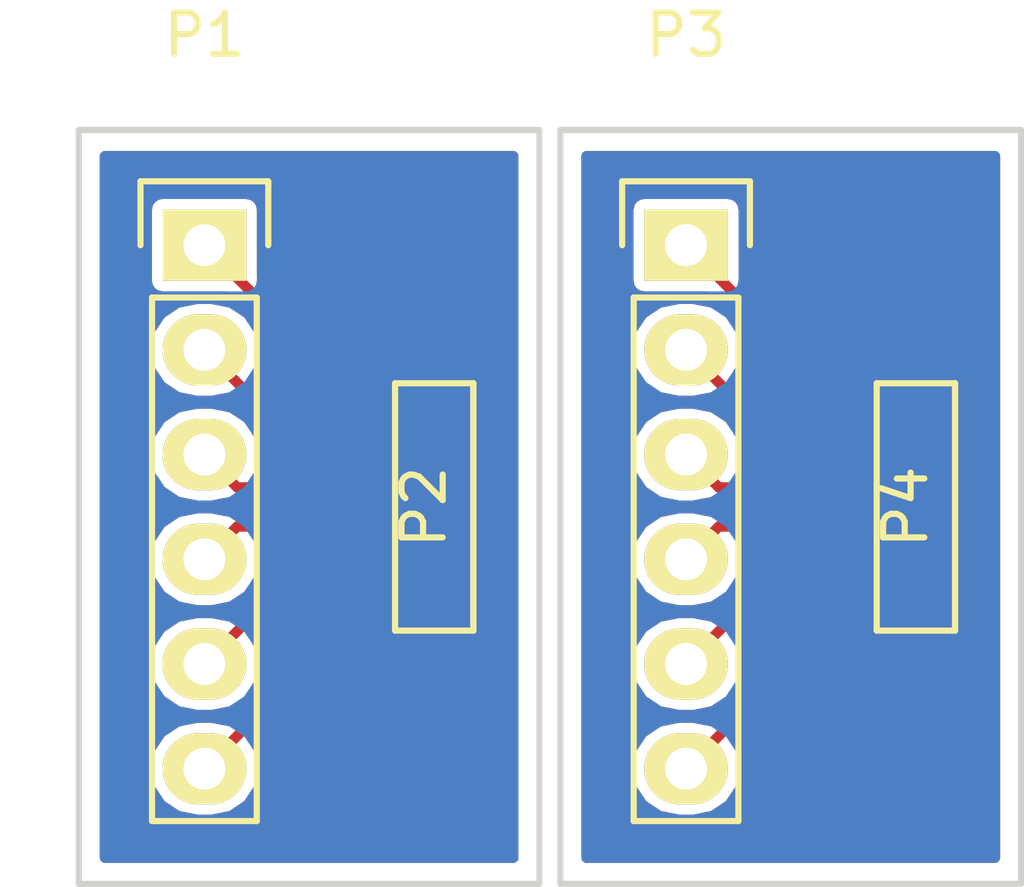
<source format=kicad_pcb>
(kicad_pcb (version 4) (host pcbnew 4.0.4+dfsg1-stable)

  (general
    (links 12)
    (no_connects 0)
    (area 15.540667 15.261 40.461001 36.905001)
    (thickness 1.6)
    (drawings 8)
    (tracks 24)
    (zones 0)
    (modules 4)
    (nets 13)
  )

  (page A4)
  (layers
    (0 F.Cu signal)
    (31 B.Cu signal)
    (32 B.Adhes user)
    (33 F.Adhes user)
    (34 B.Paste user)
    (35 F.Paste user)
    (36 B.SilkS user)
    (37 F.SilkS user)
    (38 B.Mask user)
    (39 F.Mask user)
    (40 Dwgs.User user)
    (41 Cmts.User user)
    (42 Eco1.User user)
    (43 Eco2.User user)
    (44 Edge.Cuts user)
    (45 Margin user)
    (46 B.CrtYd user)
    (47 F.CrtYd user)
    (48 B.Fab user)
    (49 F.Fab user)
  )

  (setup
    (last_trace_width 0.25)
    (trace_clearance 0.2)
    (zone_clearance 0.25)
    (zone_45_only no)
    (trace_min 0.2)
    (segment_width 0.2)
    (edge_width 0.15)
    (via_size 0.6)
    (via_drill 0.4)
    (via_min_size 0.4)
    (via_min_drill 0.3)
    (uvia_size 0.3)
    (uvia_drill 0.1)
    (uvias_allowed no)
    (uvia_min_size 0.2)
    (uvia_min_drill 0.1)
    (pcb_text_width 0.3)
    (pcb_text_size 1.5 1.5)
    (mod_edge_width 0.15)
    (mod_text_size 0.000001 0.000001)
    (mod_text_width 0.15)
    (pad_size 1.4 1.4)
    (pad_drill 0.6)
    (pad_to_mask_clearance 0.2)
    (aux_axis_origin 0 0)
    (visible_elements FFFFFF7F)
    (pcbplotparams
      (layerselection 0x00000_80000001)
      (usegerberextensions false)
      (excludeedgelayer false)
      (linewidth 0.020000)
      (plotframeref false)
      (viasonmask false)
      (mode 1)
      (useauxorigin false)
      (hpglpennumber 1)
      (hpglpenspeed 20)
      (hpglpendiameter 15)
      (hpglpenoverlay 2)
      (psnegative false)
      (psa4output false)
      (plotreference true)
      (plotvalue true)
      (plotinvisibletext false)
      (padsonsilk false)
      (subtractmaskfromsilk false)
      (outputformat 4)
      (mirror true)
      (drillshape 1)
      (scaleselection 1)
      (outputdirectory ./plot))
  )

  (net 0 "")
  (net 1 "Net-(P1-Pad1)")
  (net 2 "Net-(P1-Pad2)")
  (net 3 "Net-(P1-Pad3)")
  (net 4 "Net-(P1-Pad4)")
  (net 5 "Net-(P1-Pad5)")
  (net 6 "Net-(P1-Pad6)")
  (net 7 "Net-(P3-Pad1)")
  (net 8 "Net-(P3-Pad2)")
  (net 9 "Net-(P3-Pad3)")
  (net 10 "Net-(P3-Pad4)")
  (net 11 "Net-(P3-Pad5)")
  (net 12 "Net-(P3-Pad6)")

  (net_class Default "This is the default net class."
    (clearance 0.2)
    (trace_width 0.25)
    (via_dia 0.6)
    (via_drill 0.4)
    (uvia_dia 0.3)
    (uvia_drill 0.1)
    (add_net "Net-(P1-Pad1)")
    (add_net "Net-(P1-Pad2)")
    (add_net "Net-(P1-Pad3)")
    (add_net "Net-(P1-Pad4)")
    (add_net "Net-(P1-Pad5)")
    (add_net "Net-(P1-Pad6)")
    (add_net "Net-(P3-Pad1)")
    (add_net "Net-(P3-Pad2)")
    (add_net "Net-(P3-Pad3)")
    (add_net "Net-(P3-Pad4)")
    (add_net "Net-(P3-Pad5)")
    (add_net "Net-(P3-Pad6)")
  )

  (module Pin_Headers:Pin_Header_Straight_1x06 (layer F.Cu) (tedit 0) (tstamp 584934DE)
    (at 20.574 21.336)
    (descr "Through hole pin header")
    (tags "pin header")
    (path /584930E0)
    (fp_text reference P1 (at 0 -5.1) (layer F.SilkS)
      (effects (font (size 1 1) (thickness 0.15)))
    )
    (fp_text value CONN_01X06 (at 0 -3.1) (layer F.Fab)
      (effects (font (size 1 1) (thickness 0.15)))
    )
    (fp_line (start -1.75 -1.75) (end -1.75 14.45) (layer F.CrtYd) (width 0.05))
    (fp_line (start 1.75 -1.75) (end 1.75 14.45) (layer F.CrtYd) (width 0.05))
    (fp_line (start -1.75 -1.75) (end 1.75 -1.75) (layer F.CrtYd) (width 0.05))
    (fp_line (start -1.75 14.45) (end 1.75 14.45) (layer F.CrtYd) (width 0.05))
    (fp_line (start 1.27 1.27) (end 1.27 13.97) (layer F.SilkS) (width 0.15))
    (fp_line (start 1.27 13.97) (end -1.27 13.97) (layer F.SilkS) (width 0.15))
    (fp_line (start -1.27 13.97) (end -1.27 1.27) (layer F.SilkS) (width 0.15))
    (fp_line (start 1.55 -1.55) (end 1.55 0) (layer F.SilkS) (width 0.15))
    (fp_line (start 1.27 1.27) (end -1.27 1.27) (layer F.SilkS) (width 0.15))
    (fp_line (start -1.55 0) (end -1.55 -1.55) (layer F.SilkS) (width 0.15))
    (fp_line (start -1.55 -1.55) (end 1.55 -1.55) (layer F.SilkS) (width 0.15))
    (pad 1 thru_hole rect (at 0 0) (size 2.032 1.7272) (drill 1.016) (layers *.Cu *.Mask F.SilkS)
      (net 1 "Net-(P1-Pad1)"))
    (pad 2 thru_hole oval (at 0 2.54) (size 2.032 1.7272) (drill 1.016) (layers *.Cu *.Mask F.SilkS)
      (net 2 "Net-(P1-Pad2)"))
    (pad 3 thru_hole oval (at 0 5.08) (size 2.032 1.7272) (drill 1.016) (layers *.Cu *.Mask F.SilkS)
      (net 3 "Net-(P1-Pad3)"))
    (pad 4 thru_hole oval (at 0 7.62) (size 2.032 1.7272) (drill 1.016) (layers *.Cu *.Mask F.SilkS)
      (net 4 "Net-(P1-Pad4)"))
    (pad 5 thru_hole oval (at 0 10.16) (size 2.032 1.7272) (drill 1.016) (layers *.Cu *.Mask F.SilkS)
      (net 5 "Net-(P1-Pad5)"))
    (pad 6 thru_hole oval (at 0 12.7) (size 2.032 1.7272) (drill 1.016) (layers *.Cu *.Mask F.SilkS)
      (net 6 "Net-(P1-Pad6)"))
    (model Pin_Headers.3dshapes/Pin_Header_Straight_1x06.wrl
      (at (xyz 0 -0.25 0))
      (scale (xyz 1 1 1))
      (rotate (xyz 0 0 90))
    )
  )

  (module lib:TFBS4711 (layer F.Cu) (tedit 584933D1) (tstamp 584934ED)
    (at 25.4 27.686 90)
    (path /584930B9)
    (fp_text reference P2 (at 0 0.5 90) (layer F.SilkS)
      (effects (font (size 1 1) (thickness 0.15)))
    )
    (fp_text value TFBS4711 (at 0 -0.5 90) (layer F.Fab)
      (effects (font (size 1 1) (thickness 0.15)))
    )
    (fp_line (start -3 -0.2) (end 3 -0.2) (layer F.SilkS) (width 0.15))
    (fp_line (start 3 -0.2) (end 3 1.7) (layer F.SilkS) (width 0.15))
    (fp_line (start 3 1.7) (end -3 1.7) (layer F.SilkS) (width 0.15))
    (fp_line (start -3 1.7) (end -3 -0.2) (layer F.SilkS) (width 0.15))
    (fp_line (start 3 1.7) (end -3 1.7) (layer F.SilkS) (width 0.15))
    (pad 4 smd rect (at 0.475 0 90) (size 0.64 1.27) (layers F.Cu F.Paste F.Mask)
      (net 3 "Net-(P1-Pad3)"))
    (pad 3 smd rect (at -0.475 0 90) (size 0.64 1.27) (layers F.Cu F.Paste F.Mask)
      (net 4 "Net-(P1-Pad4)"))
    (pad 5 smd rect (at 1.425 0 90) (size 0.64 1.27) (layers F.Cu F.Paste F.Mask)
      (net 2 "Net-(P1-Pad2)"))
    (pad 6 smd rect (at 2.375 0 90) (size 0.64 1.27) (layers F.Cu F.Paste F.Mask)
      (net 1 "Net-(P1-Pad1)"))
    (pad 2 smd rect (at -1.425 0 90) (size 0.64 1.27) (layers F.Cu F.Paste F.Mask)
      (net 5 "Net-(P1-Pad5)"))
    (pad 1 smd rect (at -2.375 0 90) (size 0.64 1.27) (layers F.Cu F.Paste F.Mask)
      (net 6 "Net-(P1-Pad6)"))
  )

  (module Pin_Headers:Pin_Header_Straight_1x06 (layer F.Cu) (tedit 0) (tstamp 5849369F)
    (at 32.258 21.336)
    (descr "Through hole pin header")
    (tags "pin header")
    (path /5849371D)
    (fp_text reference P3 (at 0 -5.1) (layer F.SilkS)
      (effects (font (size 1 1) (thickness 0.15)))
    )
    (fp_text value CONN_01X06 (at 0 -3.1) (layer F.Fab)
      (effects (font (size 1 1) (thickness 0.15)))
    )
    (fp_line (start -1.75 -1.75) (end -1.75 14.45) (layer F.CrtYd) (width 0.05))
    (fp_line (start 1.75 -1.75) (end 1.75 14.45) (layer F.CrtYd) (width 0.05))
    (fp_line (start -1.75 -1.75) (end 1.75 -1.75) (layer F.CrtYd) (width 0.05))
    (fp_line (start -1.75 14.45) (end 1.75 14.45) (layer F.CrtYd) (width 0.05))
    (fp_line (start 1.27 1.27) (end 1.27 13.97) (layer F.SilkS) (width 0.15))
    (fp_line (start 1.27 13.97) (end -1.27 13.97) (layer F.SilkS) (width 0.15))
    (fp_line (start -1.27 13.97) (end -1.27 1.27) (layer F.SilkS) (width 0.15))
    (fp_line (start 1.55 -1.55) (end 1.55 0) (layer F.SilkS) (width 0.15))
    (fp_line (start 1.27 1.27) (end -1.27 1.27) (layer F.SilkS) (width 0.15))
    (fp_line (start -1.55 0) (end -1.55 -1.55) (layer F.SilkS) (width 0.15))
    (fp_line (start -1.55 -1.55) (end 1.55 -1.55) (layer F.SilkS) (width 0.15))
    (pad 1 thru_hole rect (at 0 0) (size 2.032 1.7272) (drill 1.016) (layers *.Cu *.Mask F.SilkS)
      (net 7 "Net-(P3-Pad1)"))
    (pad 2 thru_hole oval (at 0 2.54) (size 2.032 1.7272) (drill 1.016) (layers *.Cu *.Mask F.SilkS)
      (net 8 "Net-(P3-Pad2)"))
    (pad 3 thru_hole oval (at 0 5.08) (size 2.032 1.7272) (drill 1.016) (layers *.Cu *.Mask F.SilkS)
      (net 9 "Net-(P3-Pad3)"))
    (pad 4 thru_hole oval (at 0 7.62) (size 2.032 1.7272) (drill 1.016) (layers *.Cu *.Mask F.SilkS)
      (net 10 "Net-(P3-Pad4)"))
    (pad 5 thru_hole oval (at 0 10.16) (size 2.032 1.7272) (drill 1.016) (layers *.Cu *.Mask F.SilkS)
      (net 11 "Net-(P3-Pad5)"))
    (pad 6 thru_hole oval (at 0 12.7) (size 2.032 1.7272) (drill 1.016) (layers *.Cu *.Mask F.SilkS)
      (net 12 "Net-(P3-Pad6)"))
    (model Pin_Headers.3dshapes/Pin_Header_Straight_1x06.wrl
      (at (xyz 0 -0.25 0))
      (scale (xyz 1 1 1))
      (rotate (xyz 0 0 90))
    )
  )

  (module lib:TFBS4711 (layer F.Cu) (tedit 584933D1) (tstamp 584936AE)
    (at 37.084 27.686 90)
    (path /58493717)
    (fp_text reference P4 (at 0 0.5 90) (layer F.SilkS)
      (effects (font (size 1 1) (thickness 0.15)))
    )
    (fp_text value TFBS4711 (at 0 -0.5 90) (layer F.Fab)
      (effects (font (size 1 1) (thickness 0.15)))
    )
    (fp_line (start -3 -0.2) (end 3 -0.2) (layer F.SilkS) (width 0.15))
    (fp_line (start 3 -0.2) (end 3 1.7) (layer F.SilkS) (width 0.15))
    (fp_line (start 3 1.7) (end -3 1.7) (layer F.SilkS) (width 0.15))
    (fp_line (start -3 1.7) (end -3 -0.2) (layer F.SilkS) (width 0.15))
    (fp_line (start 3 1.7) (end -3 1.7) (layer F.SilkS) (width 0.15))
    (pad 4 smd rect (at 0.475 0 90) (size 0.64 1.27) (layers F.Cu F.Paste F.Mask)
      (net 9 "Net-(P3-Pad3)"))
    (pad 3 smd rect (at -0.475 0 90) (size 0.64 1.27) (layers F.Cu F.Paste F.Mask)
      (net 10 "Net-(P3-Pad4)"))
    (pad 5 smd rect (at 1.425 0 90) (size 0.64 1.27) (layers F.Cu F.Paste F.Mask)
      (net 8 "Net-(P3-Pad2)"))
    (pad 6 smd rect (at 2.375 0 90) (size 0.64 1.27) (layers F.Cu F.Paste F.Mask)
      (net 7 "Net-(P3-Pad1)"))
    (pad 2 smd rect (at -1.425 0 90) (size 0.64 1.27) (layers F.Cu F.Paste F.Mask)
      (net 11 "Net-(P3-Pad5)"))
    (pad 1 smd rect (at -2.375 0 90) (size 0.64 1.27) (layers F.Cu F.Paste F.Mask)
      (net 12 "Net-(P3-Pad6)"))
  )

  (gr_line (start 29.21 18.542) (end 40.386 18.542) (angle 90) (layer Edge.Cuts) (width 0.15) (tstamp 584936BE))
  (gr_line (start 40.386 18.542) (end 40.386 36.83) (angle 90) (layer Edge.Cuts) (width 0.15) (tstamp 584936BD))
  (gr_line (start 40.386 36.83) (end 29.21 36.83) (angle 90) (layer Edge.Cuts) (width 0.15) (tstamp 584936BC))
  (gr_line (start 29.21 36.83) (end 29.21 18.542) (angle 90) (layer Edge.Cuts) (width 0.15) (tstamp 584936BB))
  (gr_line (start 17.526 36.83) (end 17.526 18.542) (angle 90) (layer Edge.Cuts) (width 0.15))
  (gr_line (start 28.702 36.83) (end 17.526 36.83) (angle 90) (layer Edge.Cuts) (width 0.15))
  (gr_line (start 28.702 18.542) (end 28.702 36.83) (angle 90) (layer Edge.Cuts) (width 0.15))
  (gr_line (start 17.526 18.542) (end 28.702 18.542) (angle 90) (layer Edge.Cuts) (width 0.15))

  (segment (start 25.4 25.311) (end 24.549 25.311) (width 0.25) (layer F.Cu) (net 1))
  (segment (start 24.549 25.311) (end 20.574 21.336) (width 0.25) (layer F.Cu) (net 1) (tstamp 5849362E))
  (segment (start 25.4 26.261) (end 22.959 26.261) (width 0.25) (layer F.Cu) (net 2))
  (segment (start 22.959 26.261) (end 20.574 23.876) (width 0.25) (layer F.Cu) (net 2) (tstamp 5849363A))
  (segment (start 25.4 27.211) (end 21.369 27.211) (width 0.25) (layer F.Cu) (net 3))
  (segment (start 21.369 27.211) (end 20.574 26.416) (width 0.25) (layer F.Cu) (net 3) (tstamp 58493637))
  (segment (start 25.4 28.161) (end 21.369 28.161) (width 0.25) (layer F.Cu) (net 4))
  (segment (start 21.369 28.161) (end 20.574 28.956) (width 0.25) (layer F.Cu) (net 4) (tstamp 58493634))
  (segment (start 25.4 29.111) (end 22.959 29.111) (width 0.25) (layer F.Cu) (net 5))
  (segment (start 22.959 29.111) (end 20.574 31.496) (width 0.25) (layer F.Cu) (net 5) (tstamp 5849363E))
  (segment (start 25.4 30.061) (end 24.549 30.061) (width 0.25) (layer F.Cu) (net 6))
  (segment (start 24.549 30.061) (end 20.574 34.036) (width 0.25) (layer F.Cu) (net 6) (tstamp 58493631))
  (segment (start 36.233 25.311) (end 32.258 21.336) (width 0.25) (layer F.Cu) (net 7) (tstamp 584936B0))
  (segment (start 37.084 25.311) (end 36.233 25.311) (width 0.25) (layer F.Cu) (net 7) (tstamp 584936AF))
  (segment (start 34.643 26.261) (end 32.258 23.876) (width 0.25) (layer F.Cu) (net 8) (tstamp 584936B2))
  (segment (start 37.084 26.261) (end 34.643 26.261) (width 0.25) (layer F.Cu) (net 8) (tstamp 584936B1))
  (segment (start 33.053 27.211) (end 32.258 26.416) (width 0.25) (layer F.Cu) (net 9) (tstamp 584936B4))
  (segment (start 37.084 27.211) (end 33.053 27.211) (width 0.25) (layer F.Cu) (net 9) (tstamp 584936B3))
  (segment (start 33.053 28.161) (end 32.258 28.956) (width 0.25) (layer F.Cu) (net 10) (tstamp 584936B6))
  (segment (start 37.084 28.161) (end 33.053 28.161) (width 0.25) (layer F.Cu) (net 10) (tstamp 584936B5))
  (segment (start 34.643 29.111) (end 32.258 31.496) (width 0.25) (layer F.Cu) (net 11) (tstamp 584936B8))
  (segment (start 37.084 29.111) (end 34.643 29.111) (width 0.25) (layer F.Cu) (net 11) (tstamp 584936B7))
  (segment (start 36.233 30.061) (end 32.258 34.036) (width 0.25) (layer F.Cu) (net 12) (tstamp 584936BA))
  (segment (start 37.084 30.061) (end 36.233 30.061) (width 0.25) (layer F.Cu) (net 12) (tstamp 584936B9))

  (zone (net 0) (net_name "") (layer F.Cu) (tstamp 584935CF) (hatch edge 0.508)
    (connect_pads (clearance 0.25))
    (min_thickness 0.25)
    (fill yes (arc_segments 16) (thermal_gap 0.25) (thermal_bridge_width 0.3))
    (polygon
      (pts
        (xy 28.194 36.322) (xy 18.034 36.322) (xy 18.034 19.05) (xy 28.194 19.05)
      )
    )
    (filled_polygon
      (pts
        (xy 28.069 36.197) (xy 18.159 36.197) (xy 18.159 23.876) (xy 19.155749 23.876) (xy 19.250032 24.349992)
        (xy 19.518527 24.751822) (xy 19.920357 25.020317) (xy 20.394349 25.1146) (xy 20.753651 25.1146) (xy 21.047119 25.056225)
        (xy 21.332922 25.342028) (xy 21.227643 25.271683) (xy 20.753651 25.1774) (xy 20.394349 25.1774) (xy 19.920357 25.271683)
        (xy 19.518527 25.540178) (xy 19.250032 25.942008) (xy 19.155749 26.416) (xy 19.250032 26.889992) (xy 19.518527 27.291822)
        (xy 19.920357 27.560317) (xy 20.394349 27.6546) (xy 20.753651 27.6546) (xy 21.059239 27.593815) (xy 21.177658 27.67294)
        (xy 21.243316 27.686) (xy 21.177658 27.69906) (xy 21.059239 27.778185) (xy 20.753651 27.7174) (xy 20.394349 27.7174)
        (xy 19.920357 27.811683) (xy 19.518527 28.080178) (xy 19.250032 28.482008) (xy 19.155749 28.956) (xy 19.250032 29.429992)
        (xy 19.518527 29.831822) (xy 19.920357 30.100317) (xy 20.394349 30.1946) (xy 20.753651 30.1946) (xy 21.227643 30.100317)
        (xy 21.332922 30.029972) (xy 21.047119 30.315775) (xy 20.753651 30.2574) (xy 20.394349 30.2574) (xy 19.920357 30.351683)
        (xy 19.518527 30.620178) (xy 19.250032 31.022008) (xy 19.155749 31.496) (xy 19.250032 31.969992) (xy 19.518527 32.371822)
        (xy 19.920357 32.640317) (xy 20.394349 32.7346) (xy 20.753651 32.7346) (xy 21.227643 32.640317) (xy 21.332923 32.569971)
        (xy 21.047119 32.855775) (xy 20.753651 32.7974) (xy 20.394349 32.7974) (xy 19.920357 32.891683) (xy 19.518527 33.160178)
        (xy 19.250032 33.562008) (xy 19.155749 34.036) (xy 19.250032 34.509992) (xy 19.518527 34.911822) (xy 19.920357 35.180317)
        (xy 20.394349 35.2746) (xy 20.753651 35.2746) (xy 21.227643 35.180317) (xy 21.629473 34.911822) (xy 21.897968 34.509992)
        (xy 21.992251 34.036) (xy 21.897968 33.562008) (xy 21.840742 33.476364) (xy 24.59702 30.720086) (xy 24.616246 30.733223)
        (xy 24.765 30.763346) (xy 26.035 30.763346) (xy 26.173966 30.737198) (xy 26.301599 30.655069) (xy 26.387223 30.529754)
        (xy 26.417346 30.381) (xy 26.417346 29.741) (xy 26.391198 29.602034) (xy 26.381887 29.587564) (xy 26.387223 29.579754)
        (xy 26.417346 29.431) (xy 26.417346 28.791) (xy 26.391198 28.652034) (xy 26.381887 28.637564) (xy 26.387223 28.629754)
        (xy 26.417346 28.481) (xy 26.417346 27.841) (xy 26.391198 27.702034) (xy 26.381887 27.687564) (xy 26.387223 27.679754)
        (xy 26.417346 27.531) (xy 26.417346 26.891) (xy 26.391198 26.752034) (xy 26.381887 26.737564) (xy 26.387223 26.729754)
        (xy 26.417346 26.581) (xy 26.417346 25.941) (xy 26.391198 25.802034) (xy 26.381887 25.787564) (xy 26.387223 25.779754)
        (xy 26.417346 25.631) (xy 26.417346 24.991) (xy 26.391198 24.852034) (xy 26.309069 24.724401) (xy 26.183754 24.638777)
        (xy 26.035 24.608654) (xy 24.765 24.608654) (xy 24.626034 24.634802) (xy 24.597968 24.652862) (xy 21.972346 22.02724)
        (xy 21.972346 20.4724) (xy 21.946198 20.333434) (xy 21.864069 20.205801) (xy 21.738754 20.120177) (xy 21.59 20.090054)
        (xy 19.558 20.090054) (xy 19.419034 20.116202) (xy 19.291401 20.198331) (xy 19.205777 20.323646) (xy 19.175654 20.4724)
        (xy 19.175654 22.1996) (xy 19.201802 22.338566) (xy 19.283931 22.466199) (xy 19.409246 22.551823) (xy 19.558 22.581946)
        (xy 21.11284 22.581946) (xy 21.332923 22.802029) (xy 21.227643 22.731683) (xy 20.753651 22.6374) (xy 20.394349 22.6374)
        (xy 19.920357 22.731683) (xy 19.518527 23.000178) (xy 19.250032 23.402008) (xy 19.155749 23.876) (xy 18.159 23.876)
        (xy 18.159 19.175) (xy 28.069 19.175)
      )
    )
    (filled_polygon
      (pts
        (xy 24.195447 29.707447) (xy 21.827622 32.075272) (xy 21.897968 31.969992) (xy 21.992251 31.496) (xy 21.897968 31.022008)
        (xy 21.840742 30.936364) (xy 23.166107 29.611) (xy 24.339789 29.611)
      )
    )
    (filled_polygon
      (pts
        (xy 22.605446 28.757447) (xy 21.827623 29.53527) (xy 21.897968 29.429992) (xy 21.992251 28.956) (xy 21.933572 28.661)
        (xy 22.749789 28.661)
      )
    )
    (filled_polygon
      (pts
        (xy 22.605446 26.614553) (xy 22.620185 26.624401) (xy 22.749789 26.711) (xy 21.933572 26.711) (xy 21.992251 26.416)
        (xy 21.897968 25.942008) (xy 21.827623 25.83673)
      )
    )
    (filled_polygon
      (pts
        (xy 24.195447 25.664553) (xy 24.339789 25.761) (xy 23.166107 25.761) (xy 21.840742 24.435636) (xy 21.897968 24.349992)
        (xy 21.992251 23.876) (xy 21.897968 23.402008) (xy 21.827622 23.296728)
      )
    )
  )
  (zone (net 0) (net_name "") (layer F.Cu) (tstamp 584936BF) (hatch edge 0.508)
    (connect_pads (clearance 0.25))
    (min_thickness 0.25)
    (fill yes (arc_segments 16) (thermal_gap 0.25) (thermal_bridge_width 0.3))
    (polygon
      (pts
        (xy 39.878 36.322) (xy 29.718 36.322) (xy 29.718 19.05) (xy 39.878 19.05)
      )
    )
    (filled_polygon
      (pts
        (xy 39.753 36.197) (xy 29.843 36.197) (xy 29.843 23.876) (xy 30.839749 23.876) (xy 30.934032 24.349992)
        (xy 31.202527 24.751822) (xy 31.604357 25.020317) (xy 32.078349 25.1146) (xy 32.437651 25.1146) (xy 32.731119 25.056225)
        (xy 33.016922 25.342028) (xy 32.911643 25.271683) (xy 32.437651 25.1774) (xy 32.078349 25.1774) (xy 31.604357 25.271683)
        (xy 31.202527 25.540178) (xy 30.934032 25.942008) (xy 30.839749 26.416) (xy 30.934032 26.889992) (xy 31.202527 27.291822)
        (xy 31.604357 27.560317) (xy 32.078349 27.6546) (xy 32.437651 27.6546) (xy 32.743239 27.593815) (xy 32.843789 27.661)
        (xy 32.861658 27.67294) (xy 32.927316 27.686) (xy 32.861658 27.69906) (xy 32.743239 27.778185) (xy 32.437651 27.7174)
        (xy 32.078349 27.7174) (xy 31.604357 27.811683) (xy 31.202527 28.080178) (xy 30.934032 28.482008) (xy 30.839749 28.956)
        (xy 30.934032 29.429992) (xy 31.202527 29.831822) (xy 31.604357 30.100317) (xy 32.078349 30.1946) (xy 32.437651 30.1946)
        (xy 32.911643 30.100317) (xy 33.016922 30.029972) (xy 32.731119 30.315775) (xy 32.437651 30.2574) (xy 32.078349 30.2574)
        (xy 31.604357 30.351683) (xy 31.202527 30.620178) (xy 30.934032 31.022008) (xy 30.839749 31.496) (xy 30.934032 31.969992)
        (xy 31.202527 32.371822) (xy 31.604357 32.640317) (xy 32.078349 32.7346) (xy 32.437651 32.7346) (xy 32.911643 32.640317)
        (xy 33.016923 32.569971) (xy 32.731119 32.855775) (xy 32.437651 32.7974) (xy 32.078349 32.7974) (xy 31.604357 32.891683)
        (xy 31.202527 33.160178) (xy 30.934032 33.562008) (xy 30.839749 34.036) (xy 30.934032 34.509992) (xy 31.202527 34.911822)
        (xy 31.604357 35.180317) (xy 32.078349 35.2746) (xy 32.437651 35.2746) (xy 32.911643 35.180317) (xy 33.313473 34.911822)
        (xy 33.581968 34.509992) (xy 33.676251 34.036) (xy 33.581968 33.562008) (xy 33.524742 33.476364) (xy 36.28102 30.720086)
        (xy 36.300246 30.733223) (xy 36.449 30.763346) (xy 37.719 30.763346) (xy 37.857966 30.737198) (xy 37.985599 30.655069)
        (xy 38.071223 30.529754) (xy 38.101346 30.381) (xy 38.101346 29.741) (xy 38.075198 29.602034) (xy 38.065887 29.587564)
        (xy 38.071223 29.579754) (xy 38.101346 29.431) (xy 38.101346 28.791) (xy 38.075198 28.652034) (xy 38.065887 28.637564)
        (xy 38.071223 28.629754) (xy 38.101346 28.481) (xy 38.101346 27.841) (xy 38.075198 27.702034) (xy 38.065887 27.687564)
        (xy 38.071223 27.679754) (xy 38.101346 27.531) (xy 38.101346 26.891) (xy 38.075198 26.752034) (xy 38.065887 26.737564)
        (xy 38.071223 26.729754) (xy 38.101346 26.581) (xy 38.101346 25.941) (xy 38.075198 25.802034) (xy 38.065887 25.787564)
        (xy 38.071223 25.779754) (xy 38.101346 25.631) (xy 38.101346 24.991) (xy 38.075198 24.852034) (xy 37.993069 24.724401)
        (xy 37.867754 24.638777) (xy 37.719 24.608654) (xy 36.449 24.608654) (xy 36.310034 24.634802) (xy 36.281968 24.652862)
        (xy 33.656346 22.02724) (xy 33.656346 20.4724) (xy 33.630198 20.333434) (xy 33.548069 20.205801) (xy 33.422754 20.120177)
        (xy 33.274 20.090054) (xy 31.242 20.090054) (xy 31.103034 20.116202) (xy 30.975401 20.198331) (xy 30.889777 20.323646)
        (xy 30.859654 20.4724) (xy 30.859654 22.1996) (xy 30.885802 22.338566) (xy 30.967931 22.466199) (xy 31.093246 22.551823)
        (xy 31.242 22.581946) (xy 32.79684 22.581946) (xy 33.016923 22.802029) (xy 32.911643 22.731683) (xy 32.437651 22.6374)
        (xy 32.078349 22.6374) (xy 31.604357 22.731683) (xy 31.202527 23.000178) (xy 30.934032 23.402008) (xy 30.839749 23.876)
        (xy 29.843 23.876) (xy 29.843 19.175) (xy 39.753 19.175)
      )
    )
    (filled_polygon
      (pts
        (xy 35.879447 29.707447) (xy 33.511622 32.075272) (xy 33.581968 31.969992) (xy 33.676251 31.496) (xy 33.581968 31.022008)
        (xy 33.524742 30.936364) (xy 34.850107 29.611) (xy 36.023789 29.611)
      )
    )
    (filled_polygon
      (pts
        (xy 34.289446 28.757447) (xy 33.511623 29.53527) (xy 33.581968 29.429992) (xy 33.676251 28.956) (xy 33.617572 28.661)
        (xy 34.433789 28.661)
      )
    )
    (filled_polygon
      (pts
        (xy 34.289446 26.614553) (xy 34.304185 26.624401) (xy 34.433789 26.711) (xy 33.617572 26.711) (xy 33.676251 26.416)
        (xy 33.581968 25.942008) (xy 33.511623 25.83673)
      )
    )
    (filled_polygon
      (pts
        (xy 35.879447 25.664553) (xy 36.023789 25.761) (xy 34.850107 25.761) (xy 33.524742 24.435636) (xy 33.581968 24.349992)
        (xy 33.676251 23.876) (xy 33.581968 23.402008) (xy 33.511622 23.296728)
      )
    )
  )
  (zone (net 0) (net_name "") (layer B.Cu) (tstamp 584935CF) (hatch edge 0.508)
    (connect_pads (clearance 0.25))
    (min_thickness 0.25)
    (fill yes (arc_segments 16) (thermal_gap 0.25) (thermal_bridge_width 0.3))
    (polygon
      (pts
        (xy 28.194 36.322) (xy 18.034 36.322) (xy 18.034 19.05) (xy 28.194 19.05)
      )
    )
    (filled_polygon
      (pts
        (xy 28.069 36.197) (xy 18.159 36.197) (xy 18.159 34.036) (xy 19.155749 34.036) (xy 19.250032 34.509992)
        (xy 19.518527 34.911822) (xy 19.920357 35.180317) (xy 20.394349 35.2746) (xy 20.753651 35.2746) (xy 21.227643 35.180317)
        (xy 21.629473 34.911822) (xy 21.897968 34.509992) (xy 21.992251 34.036) (xy 21.897968 33.562008) (xy 21.629473 33.160178)
        (xy 21.227643 32.891683) (xy 20.753651 32.7974) (xy 20.394349 32.7974) (xy 19.920357 32.891683) (xy 19.518527 33.160178)
        (xy 19.250032 33.562008) (xy 19.155749 34.036) (xy 18.159 34.036) (xy 18.159 31.496) (xy 19.155749 31.496)
        (xy 19.250032 31.969992) (xy 19.518527 32.371822) (xy 19.920357 32.640317) (xy 20.394349 32.7346) (xy 20.753651 32.7346)
        (xy 21.227643 32.640317) (xy 21.629473 32.371822) (xy 21.897968 31.969992) (xy 21.992251 31.496) (xy 21.897968 31.022008)
        (xy 21.629473 30.620178) (xy 21.227643 30.351683) (xy 20.753651 30.2574) (xy 20.394349 30.2574) (xy 19.920357 30.351683)
        (xy 19.518527 30.620178) (xy 19.250032 31.022008) (xy 19.155749 31.496) (xy 18.159 31.496) (xy 18.159 28.956)
        (xy 19.155749 28.956) (xy 19.250032 29.429992) (xy 19.518527 29.831822) (xy 19.920357 30.100317) (xy 20.394349 30.1946)
        (xy 20.753651 30.1946) (xy 21.227643 30.100317) (xy 21.629473 29.831822) (xy 21.897968 29.429992) (xy 21.992251 28.956)
        (xy 21.897968 28.482008) (xy 21.629473 28.080178) (xy 21.227643 27.811683) (xy 20.753651 27.7174) (xy 20.394349 27.7174)
        (xy 19.920357 27.811683) (xy 19.518527 28.080178) (xy 19.250032 28.482008) (xy 19.155749 28.956) (xy 18.159 28.956)
        (xy 18.159 26.416) (xy 19.155749 26.416) (xy 19.250032 26.889992) (xy 19.518527 27.291822) (xy 19.920357 27.560317)
        (xy 20.394349 27.6546) (xy 20.753651 27.6546) (xy 21.227643 27.560317) (xy 21.629473 27.291822) (xy 21.897968 26.889992)
        (xy 21.992251 26.416) (xy 21.897968 25.942008) (xy 21.629473 25.540178) (xy 21.227643 25.271683) (xy 20.753651 25.1774)
        (xy 20.394349 25.1774) (xy 19.920357 25.271683) (xy 19.518527 25.540178) (xy 19.250032 25.942008) (xy 19.155749 26.416)
        (xy 18.159 26.416) (xy 18.159 23.876) (xy 19.155749 23.876) (xy 19.250032 24.349992) (xy 19.518527 24.751822)
        (xy 19.920357 25.020317) (xy 20.394349 25.1146) (xy 20.753651 25.1146) (xy 21.227643 25.020317) (xy 21.629473 24.751822)
        (xy 21.897968 24.349992) (xy 21.992251 23.876) (xy 21.897968 23.402008) (xy 21.629473 23.000178) (xy 21.227643 22.731683)
        (xy 20.753651 22.6374) (xy 20.394349 22.6374) (xy 19.920357 22.731683) (xy 19.518527 23.000178) (xy 19.250032 23.402008)
        (xy 19.155749 23.876) (xy 18.159 23.876) (xy 18.159 20.4724) (xy 19.175654 20.4724) (xy 19.175654 22.1996)
        (xy 19.201802 22.338566) (xy 19.283931 22.466199) (xy 19.409246 22.551823) (xy 19.558 22.581946) (xy 21.59 22.581946)
        (xy 21.728966 22.555798) (xy 21.856599 22.473669) (xy 21.942223 22.348354) (xy 21.972346 22.1996) (xy 21.972346 20.4724)
        (xy 21.946198 20.333434) (xy 21.864069 20.205801) (xy 21.738754 20.120177) (xy 21.59 20.090054) (xy 19.558 20.090054)
        (xy 19.419034 20.116202) (xy 19.291401 20.198331) (xy 19.205777 20.323646) (xy 19.175654 20.4724) (xy 18.159 20.4724)
        (xy 18.159 19.175) (xy 28.069 19.175)
      )
    )
  )
  (zone (net 0) (net_name "") (layer B.Cu) (tstamp 584936BF) (hatch edge 0.508)
    (connect_pads (clearance 0.25))
    (min_thickness 0.25)
    (fill yes (arc_segments 16) (thermal_gap 0.25) (thermal_bridge_width 0.3))
    (polygon
      (pts
        (xy 39.878 36.322) (xy 29.718 36.322) (xy 29.718 19.05) (xy 39.878 19.05)
      )
    )
    (filled_polygon
      (pts
        (xy 39.753 36.197) (xy 29.843 36.197) (xy 29.843 34.036) (xy 30.839749 34.036) (xy 30.934032 34.509992)
        (xy 31.202527 34.911822) (xy 31.604357 35.180317) (xy 32.078349 35.2746) (xy 32.437651 35.2746) (xy 32.911643 35.180317)
        (xy 33.313473 34.911822) (xy 33.581968 34.509992) (xy 33.676251 34.036) (xy 33.581968 33.562008) (xy 33.313473 33.160178)
        (xy 32.911643 32.891683) (xy 32.437651 32.7974) (xy 32.078349 32.7974) (xy 31.604357 32.891683) (xy 31.202527 33.160178)
        (xy 30.934032 33.562008) (xy 30.839749 34.036) (xy 29.843 34.036) (xy 29.843 31.496) (xy 30.839749 31.496)
        (xy 30.934032 31.969992) (xy 31.202527 32.371822) (xy 31.604357 32.640317) (xy 32.078349 32.7346) (xy 32.437651 32.7346)
        (xy 32.911643 32.640317) (xy 33.313473 32.371822) (xy 33.581968 31.969992) (xy 33.676251 31.496) (xy 33.581968 31.022008)
        (xy 33.313473 30.620178) (xy 32.911643 30.351683) (xy 32.437651 30.2574) (xy 32.078349 30.2574) (xy 31.604357 30.351683)
        (xy 31.202527 30.620178) (xy 30.934032 31.022008) (xy 30.839749 31.496) (xy 29.843 31.496) (xy 29.843 28.956)
        (xy 30.839749 28.956) (xy 30.934032 29.429992) (xy 31.202527 29.831822) (xy 31.604357 30.100317) (xy 32.078349 30.1946)
        (xy 32.437651 30.1946) (xy 32.911643 30.100317) (xy 33.313473 29.831822) (xy 33.581968 29.429992) (xy 33.676251 28.956)
        (xy 33.581968 28.482008) (xy 33.313473 28.080178) (xy 32.911643 27.811683) (xy 32.437651 27.7174) (xy 32.078349 27.7174)
        (xy 31.604357 27.811683) (xy 31.202527 28.080178) (xy 30.934032 28.482008) (xy 30.839749 28.956) (xy 29.843 28.956)
        (xy 29.843 26.416) (xy 30.839749 26.416) (xy 30.934032 26.889992) (xy 31.202527 27.291822) (xy 31.604357 27.560317)
        (xy 32.078349 27.6546) (xy 32.437651 27.6546) (xy 32.911643 27.560317) (xy 33.313473 27.291822) (xy 33.581968 26.889992)
        (xy 33.676251 26.416) (xy 33.581968 25.942008) (xy 33.313473 25.540178) (xy 32.911643 25.271683) (xy 32.437651 25.1774)
        (xy 32.078349 25.1774) (xy 31.604357 25.271683) (xy 31.202527 25.540178) (xy 30.934032 25.942008) (xy 30.839749 26.416)
        (xy 29.843 26.416) (xy 29.843 23.876) (xy 30.839749 23.876) (xy 30.934032 24.349992) (xy 31.202527 24.751822)
        (xy 31.604357 25.020317) (xy 32.078349 25.1146) (xy 32.437651 25.1146) (xy 32.911643 25.020317) (xy 33.313473 24.751822)
        (xy 33.581968 24.349992) (xy 33.676251 23.876) (xy 33.581968 23.402008) (xy 33.313473 23.000178) (xy 32.911643 22.731683)
        (xy 32.437651 22.6374) (xy 32.078349 22.6374) (xy 31.604357 22.731683) (xy 31.202527 23.000178) (xy 30.934032 23.402008)
        (xy 30.839749 23.876) (xy 29.843 23.876) (xy 29.843 20.4724) (xy 30.859654 20.4724) (xy 30.859654 22.1996)
        (xy 30.885802 22.338566) (xy 30.967931 22.466199) (xy 31.093246 22.551823) (xy 31.242 22.581946) (xy 33.274 22.581946)
        (xy 33.412966 22.555798) (xy 33.540599 22.473669) (xy 33.626223 22.348354) (xy 33.656346 22.1996) (xy 33.656346 20.4724)
        (xy 33.630198 20.333434) (xy 33.548069 20.205801) (xy 33.422754 20.120177) (xy 33.274 20.090054) (xy 31.242 20.090054)
        (xy 31.103034 20.116202) (xy 30.975401 20.198331) (xy 30.889777 20.323646) (xy 30.859654 20.4724) (xy 29.843 20.4724)
        (xy 29.843 19.175) (xy 39.753 19.175)
      )
    )
  )
)

</source>
